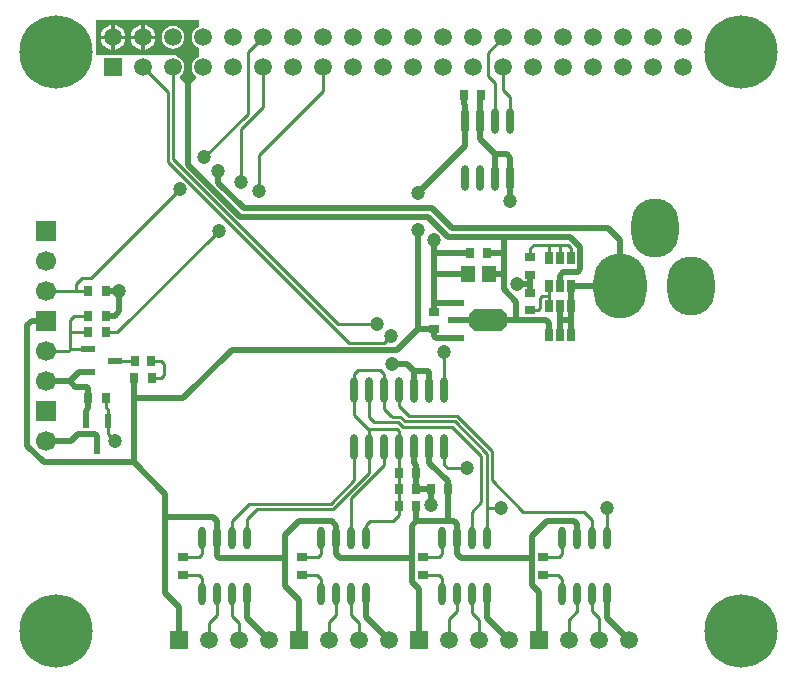
<source format=gtl>
%FSLAX44Y44*%
%MOMM*%
G71*
G01*
G75*
G04 Layer_Physical_Order=1*
G04 Layer_Color=255*
%ADD10R,0.9000X0.7000*%
%ADD11R,0.6500X1.1000*%
%ADD12O,0.6000X2.2000*%
%ADD13R,0.8000X0.9000*%
%ADD14R,0.7000X0.9000*%
%ADD15O,0.6000X1.9000*%
%ADD16R,0.6000X1.1500*%
%ADD17R,1.1500X0.6000*%
%ADD18R,0.9000X0.8000*%
G04:AMPARAMS|DCode=19|XSize=1.9mm|YSize=3.2mm|CornerRadius=0mm|HoleSize=0mm|Usage=FLASHONLY|Rotation=90.000|XOffset=0mm|YOffset=0mm|HoleType=Round|Shape=Octagon|*
%AMOCTAGOND19*
4,1,8,-1.6000,-0.4750,-1.6000,0.4750,-1.1250,0.9500,1.1250,0.9500,1.6000,0.4750,1.6000,-0.4750,1.1250,-0.9500,-1.1250,-0.9500,-1.6000,-0.4750,0.0*
%
%ADD19OCTAGOND19*%

%ADD20R,1.4000X0.6000*%
%ADD21R,1.8000X0.6000*%
%ADD22R,1.2000X1.4000*%
%ADD23C,0.5000*%
%ADD24C,0.2500*%
%ADD25C,1.5000*%
%ADD26R,1.5000X1.5000*%
%ADD27O,4.0000X5.0000*%
%ADD28O,4.5000X5.5000*%
%ADD29C,1.7000*%
%ADD30R,1.7000X1.7000*%
%ADD31C,6.2000*%
%ADD32C,1.2000*%
G36*
X506055Y781390D02*
X505109Y780998D01*
X503125Y779475D01*
X501602Y777491D01*
X500644Y775180D01*
X500318Y772700D01*
X500644Y770220D01*
X501602Y767909D01*
X503125Y765925D01*
X505109Y764402D01*
X506055Y764010D01*
Y755990D01*
X505109Y755598D01*
X503125Y754075D01*
X501602Y752091D01*
X500644Y749780D01*
X500318Y747300D01*
X500644Y744820D01*
X501602Y742509D01*
X503125Y740525D01*
X503920Y739914D01*
X504018Y738418D01*
X499055Y733455D01*
Y728455D01*
X495055D01*
Y733455D01*
X490218Y738292D01*
X490316Y739788D01*
X491275Y740525D01*
X492798Y742509D01*
X493755Y744820D01*
X494082Y747300D01*
X493755Y749780D01*
X492798Y752091D01*
X491275Y754075D01*
X489291Y755598D01*
X487055Y756525D01*
Y757455D01*
X419055D01*
Y787455D01*
X506055D01*
Y781390D01*
D02*
G37*
%LPC*%
G36*
X457600Y771200D02*
X448707D01*
X448870Y769959D01*
X449928Y767405D01*
X451611Y765211D01*
X453805Y763528D01*
X456359Y762470D01*
X457600Y762307D01*
Y771200D01*
D02*
G37*
G36*
X469493D02*
X460600D01*
Y762307D01*
X461841Y762470D01*
X464395Y763528D01*
X466589Y765211D01*
X468272Y767405D01*
X469330Y769959D01*
X469493Y771200D01*
D02*
G37*
G36*
X432200D02*
X423307D01*
X423470Y769959D01*
X424528Y767405D01*
X426211Y765211D01*
X428405Y763528D01*
X430959Y762470D01*
X432200Y762307D01*
Y771200D01*
D02*
G37*
G36*
X444093D02*
X435200D01*
Y762307D01*
X436441Y762470D01*
X438995Y763528D01*
X441189Y765211D01*
X442872Y767405D01*
X443930Y769959D01*
X444093Y771200D01*
D02*
G37*
G36*
X457600Y783093D02*
X456359Y782930D01*
X453805Y781872D01*
X451611Y780189D01*
X449928Y777995D01*
X448870Y775441D01*
X448707Y774200D01*
X457600D01*
Y783093D01*
D02*
G37*
G36*
X460600D02*
Y774200D01*
X469493D01*
X469330Y775441D01*
X468272Y777995D01*
X466589Y780189D01*
X464395Y781872D01*
X461841Y782930D01*
X460600Y783093D01*
D02*
G37*
G36*
X435200D02*
Y774200D01*
X444093D01*
X443930Y775441D01*
X442872Y777995D01*
X441189Y780189D01*
X438995Y781872D01*
X436441Y782930D01*
X435200Y783093D01*
D02*
G37*
G36*
X484500Y782282D02*
X482020Y781955D01*
X479709Y780998D01*
X477724Y779475D01*
X476202Y777491D01*
X475244Y775180D01*
X474918Y772700D01*
X475244Y770220D01*
X476202Y767909D01*
X477724Y765925D01*
X479709Y764402D01*
X482020Y763445D01*
X484500Y763118D01*
X486980Y763445D01*
X489291Y764402D01*
X491275Y765925D01*
X492798Y767909D01*
X493755Y770220D01*
X494082Y772700D01*
X493755Y775180D01*
X492798Y777491D01*
X491275Y779475D01*
X489291Y780998D01*
X486980Y781955D01*
X484500Y782282D01*
D02*
G37*
G36*
X432200Y783093D02*
X430959Y782930D01*
X428405Y781872D01*
X426211Y780189D01*
X424528Y777995D01*
X423470Y775441D01*
X423307Y774200D01*
X432200D01*
Y783093D01*
D02*
G37*
%LPD*%
D10*
X798000Y317500D02*
D03*
Y332500D02*
D03*
X696000Y317500D02*
D03*
Y332500D02*
D03*
X594000Y317500D02*
D03*
Y332500D02*
D03*
X493000Y317500D02*
D03*
Y332500D02*
D03*
X787000Y541500D02*
D03*
Y556500D02*
D03*
X787000Y586500D02*
D03*
Y571500D02*
D03*
D11*
X821500Y545000D02*
D03*
X812000D02*
D03*
X802500D02*
D03*
Y521000D02*
D03*
X812000D02*
D03*
X821500D02*
D03*
Y586000D02*
D03*
X812000D02*
D03*
X802500D02*
D03*
Y562000D02*
D03*
X812000D02*
D03*
X821500D02*
D03*
D12*
X714100Y474000D02*
D03*
X701400D02*
D03*
X688700D02*
D03*
X676000D02*
D03*
X663300D02*
D03*
X650600D02*
D03*
X637900D02*
D03*
X714100Y426000D02*
D03*
X701400D02*
D03*
X688700D02*
D03*
X676000D02*
D03*
X663300D02*
D03*
X650600D02*
D03*
X637900D02*
D03*
X770050Y702000D02*
D03*
X757350D02*
D03*
X744650D02*
D03*
X731950D02*
D03*
X770050Y654000D02*
D03*
X757350D02*
D03*
X744650D02*
D03*
X731950D02*
D03*
D13*
X676000Y404000D02*
D03*
X690000D02*
D03*
X452000Y499000D02*
D03*
X466000D02*
D03*
X731000Y724000D02*
D03*
X745000D02*
D03*
X750000Y590000D02*
D03*
X736000D02*
D03*
X717000Y390000D02*
D03*
X703000D02*
D03*
D14*
X675500Y390000D02*
D03*
X690500D02*
D03*
X690500Y376000D02*
D03*
X675500D02*
D03*
X427500Y558000D02*
D03*
X412500D02*
D03*
X451500Y484000D02*
D03*
X466500D02*
D03*
X412500Y467000D02*
D03*
X427500D02*
D03*
X427500Y537000D02*
D03*
X412500D02*
D03*
X427500Y523000D02*
D03*
X412500D02*
D03*
D15*
X750050Y348500D02*
D03*
X737350D02*
D03*
X724650D02*
D03*
X711950D02*
D03*
X750050Y301500D02*
D03*
X737350D02*
D03*
X724650D02*
D03*
X711950D02*
D03*
X648050Y348500D02*
D03*
X635350D02*
D03*
X622650D02*
D03*
X609950D02*
D03*
X648050Y301500D02*
D03*
X635350D02*
D03*
X622650D02*
D03*
X609950D02*
D03*
X547050Y348500D02*
D03*
X534350D02*
D03*
X521650D02*
D03*
X508950D02*
D03*
X547050Y301500D02*
D03*
X534350D02*
D03*
X521650D02*
D03*
X508950D02*
D03*
X852050Y348500D02*
D03*
X839350D02*
D03*
X826650D02*
D03*
X813950D02*
D03*
X852050Y301500D02*
D03*
X839350D02*
D03*
X826650D02*
D03*
X813950D02*
D03*
D16*
X420000Y425750D02*
D03*
X410500Y448250D02*
D03*
X429500D02*
D03*
D17*
X435250Y499000D02*
D03*
X412750Y489500D02*
D03*
Y508500D02*
D03*
D18*
X705000Y526000D02*
D03*
Y540000D02*
D03*
D19*
X751000Y533000D02*
D03*
D20*
X724000Y518000D02*
D03*
Y548000D02*
D03*
D21*
X726000Y533000D02*
D03*
D22*
X734000Y572000D02*
D03*
X752000D02*
D03*
D23*
X802500Y521000D02*
Y530500D01*
X800040Y532960D02*
X802500Y530500D01*
X775000Y532960D02*
X800040D01*
X812000Y533000D02*
Y545000D01*
Y521000D02*
Y533000D01*
X821500D02*
Y545000D01*
Y521000D02*
Y533000D01*
X812000D02*
X821500D01*
Y545000D02*
Y562000D01*
X720244Y611000D02*
X853000D01*
X863000Y562000D02*
Y601000D01*
X853000Y611000D02*
X863000Y601000D01*
X703395Y627849D02*
X720244Y611000D01*
X827000Y574000D02*
X829250Y576250D01*
X717344Y604000D02*
X820132D01*
X764610Y559282D02*
Y603610D01*
X820132Y604000D02*
X829250Y594882D01*
Y576250D02*
Y594882D01*
X815000Y574000D02*
X827000D01*
X812000Y571000D02*
X815000Y574000D01*
X812000Y562000D02*
Y571000D01*
X821500Y562000D02*
X863000D01*
X522559Y649411D02*
Y659439D01*
Y649411D02*
X544120Y627849D01*
X703395D01*
X497200Y664870D02*
Y743000D01*
X700496Y620849D02*
X717344Y604000D01*
X541221Y620849D02*
X700496D01*
X497200Y664870D02*
X541221Y620849D01*
X420000Y425750D02*
Y435000D01*
X418000Y437000D02*
X420000Y435000D01*
X404000Y437000D02*
X418000D01*
X398100Y431100D02*
X404000Y437000D01*
X770050Y634050D02*
Y654000D01*
X493000Y467000D02*
X534000Y508000D01*
X673999D01*
X691999Y526000D01*
Y609999D01*
Y526000D02*
X705000D01*
X451500Y467000D02*
Y484000D01*
Y413500D02*
Y467000D01*
X493000D01*
X478000Y367000D02*
Y386000D01*
Y302000D02*
Y367000D01*
X451000Y413000D02*
X478000Y386000D01*
X375000Y413000D02*
X451000D01*
X451500Y413500D01*
X361000Y427000D02*
X375000Y413000D01*
X361000Y427000D02*
Y529000D01*
X364700Y532700D01*
X377300D01*
X801000Y363040D02*
X823960D01*
X788460Y350500D02*
X801000Y363040D01*
X788460Y332000D02*
Y350500D01*
X591000Y363040D02*
X618960D01*
X579000Y351040D02*
X591000Y363040D01*
X579000Y332000D02*
Y351040D01*
X521650Y348500D02*
Y363350D01*
X518000Y367000D02*
X521650Y363350D01*
X478000Y367000D02*
X518000D01*
X478000Y302000D02*
X489500Y290500D01*
Y262300D02*
Y290500D01*
X579000Y308000D02*
Y332000D01*
Y308000D02*
X591100Y295900D01*
Y262300D02*
Y295900D01*
X521650Y333350D02*
Y348500D01*
Y333350D02*
X523000Y332000D01*
X579000D01*
X618960Y363040D02*
X622650Y359350D01*
Y348500D02*
Y359350D01*
X686460Y332000D02*
Y358960D01*
Y311912D02*
Y332000D01*
X626000D02*
X686460D01*
X622650Y335350D02*
X626000Y332000D01*
X622650Y335350D02*
Y348500D01*
X788460Y308960D02*
Y332000D01*
X728000D02*
X788460D01*
X724650Y335350D02*
X728000Y332000D01*
X724650Y335350D02*
Y348500D01*
X690500Y363000D02*
Y376000D01*
X717000Y390000D02*
Y397000D01*
X701400Y412600D02*
X717000Y397000D01*
X701400Y412600D02*
Y426000D01*
X690540Y363040D02*
X721960D01*
X717000Y363040D02*
Y390000D01*
X690500Y363000D02*
X690540Y363040D01*
X686460Y358960D02*
X690500Y363000D01*
X724650Y348500D02*
Y360350D01*
X721960Y363040D02*
X724650Y360350D01*
X686460Y311912D02*
X692700Y305672D01*
Y262300D02*
Y305672D01*
X794300Y262300D02*
Y303120D01*
X788460Y308960D02*
X794300Y303120D01*
X823960Y363040D02*
X826650Y360350D01*
Y348500D02*
Y360350D01*
X731000Y716000D02*
X731950Y715050D01*
X731000Y716000D02*
Y724000D01*
X731950Y702000D02*
Y715050D01*
Y680950D02*
Y702000D01*
X691999Y640999D02*
X731950Y680950D01*
X705000Y520000D02*
Y526000D01*
Y520000D02*
X707000Y518000D01*
X724000D01*
X726000Y533000D02*
X751000D01*
X688400Y490000D02*
X700000D01*
X669999Y495999D02*
X682401D01*
X688400Y490000D02*
X688700Y489700D01*
X682401Y495999D02*
X688400Y490000D01*
X688700Y474000D02*
Y489700D01*
X700000Y490000D02*
X701400Y488600D01*
Y474000D02*
Y488600D01*
X688700Y412300D02*
Y426000D01*
X690000Y404000D02*
Y411000D01*
Y390500D02*
Y404000D01*
X688700Y412300D02*
X690000Y411000D01*
Y390500D02*
X690500Y390000D01*
X703000D01*
X703000Y390000D01*
Y377000D02*
Y390000D01*
X852050Y280750D02*
X870500Y262300D01*
X852050Y280750D02*
Y301500D01*
X750050Y281150D02*
X768900Y262300D01*
X750050Y281150D02*
Y301500D01*
X648050Y281550D02*
X667300Y262300D01*
X648050Y281550D02*
Y301500D01*
X547050Y280950D02*
X565700Y262300D01*
X547050Y280950D02*
Y301500D01*
X396900Y481900D02*
X404500Y489500D01*
X412750D01*
X377300Y481900D02*
X396900D01*
X401800Y477000D01*
X411000D01*
X412500Y475500D01*
Y467000D02*
Y475500D01*
Y458500D02*
Y467000D01*
X410500Y456500D02*
X412500Y458500D01*
X410500Y448250D02*
Y456500D01*
X427500Y558000D02*
X439000D01*
Y541000D02*
Y558000D01*
X435000Y537000D02*
X439000Y541000D01*
X427500Y537000D02*
X435000D01*
X776000Y564000D02*
X787000D01*
Y571500D01*
Y556500D02*
Y564000D01*
X705000Y548000D02*
X724000D01*
X705000D02*
Y590000D01*
X705000Y572000D02*
X734000D01*
X705000Y590000D02*
Y601000D01*
Y590000D02*
X736000D01*
X705000Y540000D02*
Y548000D01*
X750000Y590000D02*
X764610D01*
X752000Y572000D02*
X764610D01*
X751040Y532960D02*
X775000D01*
X764610Y559282D02*
X775000Y548892D01*
Y532960D02*
Y548892D01*
X757350Y673650D02*
X767350D01*
X770050Y670950D01*
Y654000D02*
Y670950D01*
X744650Y686350D02*
X757350Y673650D01*
Y654000D02*
Y673650D01*
X744650Y702000D02*
Y723650D01*
Y686350D02*
Y702000D01*
X377300Y431100D02*
X398100D01*
D24*
X802500Y545000D02*
Y553500D01*
Y562000D01*
X796790Y553500D02*
X802500D01*
X795310Y543310D02*
Y552020D01*
X796790Y553500D01*
X793500Y541500D02*
X795310Y543310D01*
X787000Y541500D02*
X793500D01*
X751000Y740000D02*
Y759800D01*
X763900Y772700D01*
X548000Y708000D02*
Y760000D01*
X560700Y772700D01*
X480000Y667574D02*
Y726400D01*
X459100Y747300D02*
X480000Y726400D01*
X721000Y443000D02*
X745550Y418450D01*
Y379000D02*
Y418450D01*
X737350Y370800D02*
X745550Y379000D01*
X737350Y348500D02*
Y370800D01*
X676000Y460553D02*
X684553Y452000D01*
X754550Y397530D02*
X781080Y371000D01*
X684553Y452000D02*
X724728D01*
X754550Y422178D01*
Y397530D02*
Y422178D01*
X668880Y452120D02*
X669420D01*
X750050Y374000D02*
Y420314D01*
X669420Y451580D02*
X676968D01*
X681048Y447500D01*
X722864D01*
X750050Y420314D01*
X637900Y397628D02*
Y426000D01*
X617772Y377500D02*
X637900Y397628D01*
X548500Y377500D02*
X617772D01*
X534350Y363350D02*
X548500Y377500D01*
X534350Y348500D02*
Y363350D01*
X650600Y403964D02*
Y426000D01*
X619636Y373000D02*
X650600Y403964D01*
X555500Y373000D02*
X619636D01*
X547050Y364550D02*
X555500Y373000D01*
X547050Y348500D02*
Y364550D01*
X480000Y667574D02*
X633824Y513750D01*
X484500Y669438D02*
Y752300D01*
X623939Y529999D02*
X656999D01*
X484500Y669438D02*
X623939Y529999D01*
X662750Y513750D02*
X668999Y519999D01*
X633824Y513750D02*
X662750D01*
X781080Y371000D02*
X832000D01*
X839350Y363650D01*
Y348500D02*
Y363650D01*
X541999Y649999D02*
Y694871D01*
X560700Y713572D02*
Y752300D01*
X541999Y694871D02*
X560700Y713572D01*
X510999Y670999D02*
X548000Y708000D01*
X407000Y569000D02*
X415000D01*
X402000Y564000D02*
X407000Y569000D01*
X402000Y558100D02*
Y564000D01*
X611500Y727585D02*
Y752300D01*
X557000Y673085D02*
X611500Y727585D01*
X557000Y643000D02*
Y673085D01*
X415000Y569000D02*
X489999Y643999D01*
X713999Y505999D02*
X714100Y505898D01*
X750050Y348500D02*
Y374000D01*
X852000Y348550D02*
X852050Y348500D01*
X852000Y348550D02*
Y374000D01*
X750050D02*
X759000D01*
X798000Y332500D02*
X811500D01*
X813950Y334950D01*
Y348500D01*
X798000Y317500D02*
X810500D01*
X813950Y314050D01*
Y301500D02*
Y314050D01*
X696000Y332500D02*
X709500D01*
X711950Y334950D01*
Y348500D01*
X696000Y317500D02*
X709500D01*
X711950Y315050D01*
Y301500D02*
Y315050D01*
X663300Y457700D02*
Y474000D01*
Y457700D02*
X668880Y452120D01*
X637900Y453100D02*
X650600Y440400D01*
X674210Y440790D02*
X676000Y439000D01*
X650990Y440790D02*
X674210D01*
X650600Y440400D02*
X650990Y440790D01*
X650600Y426000D02*
Y440400D01*
X637900Y453100D02*
Y474000D01*
X676000Y426000D02*
Y439000D01*
Y368000D02*
Y404000D01*
X648050Y348500D02*
Y360050D01*
X651000Y363000D01*
X671000D01*
X676000Y368000D01*
X594000Y332500D02*
X607500D01*
X609950Y334950D01*
Y348500D01*
X594000Y317500D02*
X606500D01*
X609950Y314050D01*
Y301500D02*
Y314050D01*
X495000Y332500D02*
X506500D01*
X508950Y334950D01*
Y348500D01*
X495000Y317500D02*
X506500D01*
X508950Y315050D01*
Y301500D02*
Y315050D01*
X429500Y436500D02*
Y448250D01*
Y436500D02*
X435000Y431000D01*
X466000Y499000D02*
X474000D01*
X477000Y496000D01*
Y487000D02*
Y496000D01*
X474000Y484000D02*
X477000Y487000D01*
X466500Y484000D02*
X474000D01*
X435250Y499000D02*
X452000D01*
X402000Y558100D02*
X412400D01*
X377300D02*
X402000D01*
X397500Y508500D02*
Y523000D01*
Y533500D01*
X397500Y523000D02*
X412500D01*
X397500Y533500D02*
X401000Y537000D01*
X412500D01*
X429500Y448250D02*
Y457500D01*
X427500Y459500D02*
X429500Y457500D01*
X427500Y459500D02*
Y467000D01*
X396300Y507300D02*
X397500Y508500D01*
X377300Y507300D02*
X396300D01*
X397500Y508500D02*
X412750D01*
X437000Y523000D02*
X523000Y609000D01*
X427500Y523000D02*
X437000D01*
X717000Y408000D02*
X733000D01*
X714100Y410900D02*
X717000Y408000D01*
X714100Y410900D02*
Y426000D01*
Y474000D02*
Y505898D01*
X751000Y740000D02*
X757350Y733650D01*
Y702000D02*
Y733650D01*
X763900Y728100D02*
Y752300D01*
Y728100D02*
X770050Y721950D01*
Y702000D02*
Y721950D01*
X845100Y262300D02*
Y280900D01*
X839350Y286650D02*
X845100Y280900D01*
X839350Y286650D02*
Y301500D01*
X819700Y262300D02*
Y279700D01*
X826650Y286650D01*
Y301500D01*
X743500Y262300D02*
Y279500D01*
X737350Y285650D02*
X743500Y279500D01*
X737350Y285650D02*
Y301500D01*
X718100Y262300D02*
Y280100D01*
X724650Y286650D01*
Y301500D01*
X641900Y262300D02*
Y277100D01*
X635350Y283650D02*
X641900Y277100D01*
X635350Y283650D02*
Y301500D01*
X622650Y283650D02*
Y301500D01*
X616500Y277500D02*
X622650Y283650D01*
X616500Y262300D02*
Y277500D01*
X521650Y284000D02*
Y301500D01*
X514900Y277250D02*
X521650Y284000D01*
X514900Y262300D02*
Y277250D01*
X534350Y282650D02*
Y301500D01*
Y282650D02*
X540300Y276700D01*
Y262300D02*
Y276700D01*
X663300Y410300D02*
Y426000D01*
X635350Y382350D02*
X663300Y410300D01*
X635350Y348500D02*
Y382350D01*
X676000Y404000D02*
Y426000D01*
X679184Y443000D02*
X721000D01*
X675104Y447080D02*
X679184Y443000D01*
X654920Y447080D02*
X675104D01*
X650600Y451400D02*
X654920Y447080D01*
X650600Y451400D02*
Y474000D01*
X637900D02*
Y487900D01*
X641000Y491000D01*
X660000D01*
X663300Y487700D01*
Y474000D02*
Y487700D01*
X676000Y460553D02*
Y474000D01*
X821500Y586000D02*
Y594500D01*
X819000Y597000D02*
X821500Y594500D01*
X787000Y594000D02*
X790000Y597000D01*
X787000Y586500D02*
Y594000D01*
X812000Y586000D02*
Y597000D01*
X819000D01*
X802500Y586000D02*
Y597000D01*
X790000D02*
X802500D01*
X812000D01*
D25*
X916300Y772700D02*
D03*
Y747300D02*
D03*
X890900Y772700D02*
D03*
Y747300D02*
D03*
X865500Y772700D02*
D03*
Y747300D02*
D03*
X840100Y772700D02*
D03*
Y747300D02*
D03*
X814700Y772700D02*
D03*
Y747300D02*
D03*
X789300Y772700D02*
D03*
Y747300D02*
D03*
X763900Y772700D02*
D03*
Y747300D02*
D03*
X738500Y772700D02*
D03*
Y747300D02*
D03*
X713100Y772700D02*
D03*
Y747300D02*
D03*
X687700Y772700D02*
D03*
Y747300D02*
D03*
X662300Y772700D02*
D03*
Y747300D02*
D03*
X636900Y772700D02*
D03*
Y747300D02*
D03*
X611500Y772700D02*
D03*
Y747300D02*
D03*
X586100Y772700D02*
D03*
Y747300D02*
D03*
X560700Y772700D02*
D03*
Y747300D02*
D03*
X535300Y772700D02*
D03*
Y747300D02*
D03*
X509900Y772700D02*
D03*
Y747300D02*
D03*
X484500Y772700D02*
D03*
Y747300D02*
D03*
X459100Y772700D02*
D03*
Y747300D02*
D03*
X433700Y772700D02*
D03*
X819700Y262300D02*
D03*
X845100D02*
D03*
X870500D02*
D03*
X718100D02*
D03*
X743500D02*
D03*
X768900D02*
D03*
X616500D02*
D03*
X641900D02*
D03*
X667300D02*
D03*
X514900D02*
D03*
X540300D02*
D03*
X565700D02*
D03*
D26*
X433700Y747300D02*
D03*
X794300Y262300D02*
D03*
X692700D02*
D03*
X591100D02*
D03*
X489500D02*
D03*
D27*
X923000Y562000D02*
D03*
X892500Y611000D02*
D03*
D28*
X863000Y562000D02*
D03*
D29*
X377300Y481900D02*
D03*
Y507300D02*
D03*
Y431100D02*
D03*
Y558100D02*
D03*
Y583500D02*
D03*
D30*
Y532700D02*
D03*
Y456500D02*
D03*
Y608900D02*
D03*
D31*
X965000Y760000D02*
D03*
X385000D02*
D03*
X965000Y270000D02*
D03*
X385000D02*
D03*
D32*
X510999Y670999D02*
D03*
X489999Y643999D02*
D03*
X522559Y659439D02*
D03*
X541999Y649999D02*
D03*
X713999Y505999D02*
D03*
X656999Y529999D02*
D03*
X668999Y519999D02*
D03*
X691999Y640999D02*
D03*
Y609999D02*
D03*
X852000Y374000D02*
D03*
X762000D02*
D03*
X776000Y564000D02*
D03*
X435000Y431000D02*
D03*
X557000Y643000D02*
D03*
X523000Y609000D02*
D03*
X703000Y377000D02*
D03*
X770050Y634050D02*
D03*
X669999Y495999D02*
D03*
X733000Y408000D02*
D03*
X705000Y601000D02*
D03*
X439000Y558000D02*
D03*
M02*

</source>
